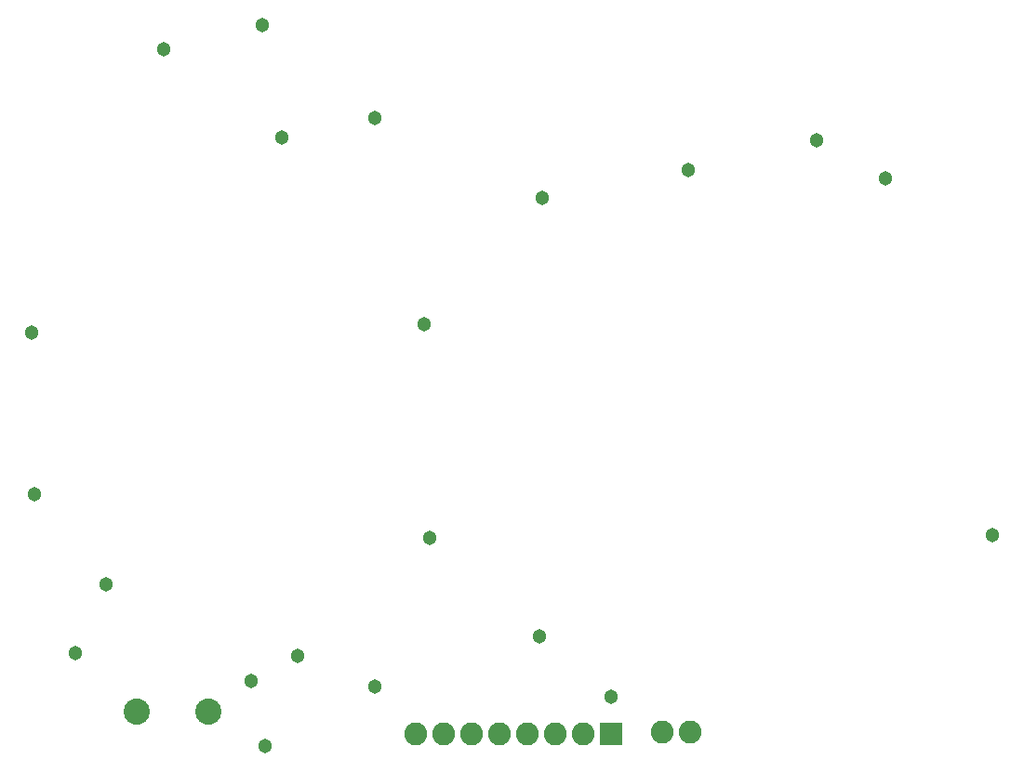
<source format=gbs>
G04 EAGLE Gerber RS-274X export*
G75*
%MOMM*%
%FSLAX34Y34*%
%LPD*%
%AMOC8*
5,1,8,0,0,1.08239X$1,22.5*%
G01*
%ADD10R,2.082800X2.082800*%
%ADD11C,2.082800*%
%ADD12C,2.387600*%
%ADD13C,1.303200*%


D10*
X600200Y316800D03*
D11*
X574800Y316800D03*
X549400Y316800D03*
X524000Y316800D03*
X498600Y316800D03*
X473200Y316800D03*
X447800Y316800D03*
X422400Y316800D03*
D12*
X168561Y336800D03*
X233839Y336800D03*
D11*
X646300Y318000D03*
X671700Y318000D03*
D13*
X430000Y690000D03*
X850000Y822500D03*
X787500Y857500D03*
X535000Y405000D03*
X112500Y390000D03*
X140000Y452500D03*
X435000Y495000D03*
X537500Y805000D03*
X385000Y877500D03*
X300000Y860000D03*
X282500Y962500D03*
X670000Y830000D03*
X315000Y387500D03*
X285000Y305000D03*
X72500Y682500D03*
X75000Y535000D03*
X192500Y940000D03*
X947500Y497500D03*
X272500Y365000D03*
X385000Y360000D03*
X600000Y350000D03*
M02*

</source>
